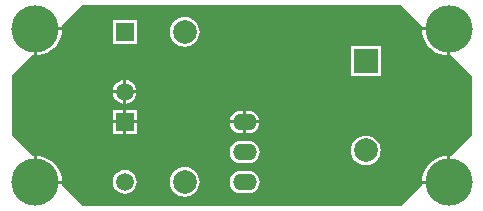
<source format=gbl>
G04*
G04 #@! TF.GenerationSoftware,Altium Limited,CircuitStudio,1.5.2 (30)*
G04*
G04 Layer_Physical_Order=2*
G04 Layer_Color=12500520*
%FSLAX25Y25*%
%MOIN*%
G70*
G01*
G75*
%ADD12O,0.07874X0.05512*%
%ADD13O,0.07874X0.05512*%
%ADD14R,0.05906X0.05906*%
%ADD15C,0.05906*%
%ADD16C,0.07874*%
%ADD17R,0.07874X0.07874*%
%ADD18C,0.15748*%
G36*
X131890Y68898D02*
X138811Y61976D01*
X138776Y61524D01*
X147638D01*
Y61024D01*
X148138D01*
Y52162D01*
X148590Y52197D01*
X155512Y45276D01*
Y25591D01*
X148590Y18669D01*
X148138Y18705D01*
Y9843D01*
X147638D01*
Y9342D01*
X138776D01*
X138811Y8890D01*
X131890Y1969D01*
X25591D01*
X18669Y8890D01*
X18705Y9342D01*
X9843D01*
Y9843D01*
X9342D01*
Y18705D01*
X8890Y18669D01*
X1969Y25591D01*
X1969Y45276D01*
X8890Y52197D01*
X9342Y52162D01*
Y61024D01*
X9843D01*
Y61524D01*
X18705D01*
X18669Y61976D01*
X25591Y68898D01*
X131890Y68898D01*
D02*
G37*
%LPC*%
G36*
X39185Y29500D02*
X35732D01*
Y26047D01*
X39185D01*
Y29500D01*
D02*
G37*
G36*
X80866Y23788D02*
X78504D01*
X77523Y23659D01*
X76610Y23281D01*
X75825Y22679D01*
X75223Y21894D01*
X74845Y20980D01*
X74716Y20000D01*
X74845Y19019D01*
X75223Y18106D01*
X75825Y17321D01*
X76610Y16719D01*
X77523Y16341D01*
X78504Y16212D01*
X80866D01*
X81847Y16341D01*
X82760Y16719D01*
X83545Y17321D01*
X84147Y18106D01*
X84525Y19019D01*
X84654Y20000D01*
X84525Y20980D01*
X84147Y21894D01*
X83545Y22679D01*
X82760Y23281D01*
X81847Y23659D01*
X80866Y23788D01*
D02*
G37*
G36*
X43638Y29500D02*
X40185D01*
Y26047D01*
X43638D01*
Y29500D01*
D02*
G37*
G36*
X79185Y33788D02*
X78504D01*
X77523Y33659D01*
X76610Y33281D01*
X75825Y32679D01*
X75223Y31894D01*
X74845Y30981D01*
X74781Y30500D01*
X79185D01*
Y33788D01*
D02*
G37*
G36*
X84589Y29500D02*
X80185D01*
Y26212D01*
X80866D01*
X81847Y26341D01*
X82760Y26719D01*
X83545Y27321D01*
X84147Y28106D01*
X84525Y29019D01*
X84589Y29500D01*
D02*
G37*
G36*
X79185D02*
X74781D01*
X74845Y29019D01*
X75223Y28106D01*
X75825Y27321D01*
X76610Y26719D01*
X77523Y26341D01*
X78504Y26212D01*
X79185D01*
Y29500D01*
D02*
G37*
G36*
X80866Y13788D02*
X78504D01*
X77523Y13659D01*
X76610Y13281D01*
X75825Y12679D01*
X75223Y11894D01*
X74845Y10981D01*
X74716Y10000D01*
X74845Y9020D01*
X75223Y8106D01*
X75825Y7321D01*
X76610Y6719D01*
X77523Y6341D01*
X78504Y6212D01*
X80866D01*
X81847Y6341D01*
X82760Y6719D01*
X83545Y7321D01*
X84147Y8106D01*
X84525Y9020D01*
X84654Y10000D01*
X84525Y10981D01*
X84147Y11894D01*
X83545Y12679D01*
X82760Y13281D01*
X81847Y13659D01*
X80866Y13788D01*
D02*
G37*
G36*
X39685Y13987D02*
X38653Y13851D01*
X37692Y13453D01*
X36866Y12819D01*
X36232Y11993D01*
X35834Y11032D01*
X35698Y10000D01*
X35834Y8968D01*
X36232Y8007D01*
X36866Y7181D01*
X37692Y6547D01*
X38653Y6149D01*
X39685Y6013D01*
X40717Y6149D01*
X41679Y6547D01*
X42504Y7181D01*
X43138Y8007D01*
X43536Y8968D01*
X43672Y10000D01*
X43536Y11032D01*
X43138Y11993D01*
X42504Y12819D01*
X41679Y13453D01*
X40717Y13851D01*
X39685Y13987D01*
D02*
G37*
G36*
X59685Y14961D02*
X58717Y14866D01*
X57787Y14583D01*
X56929Y14125D01*
X56177Y13508D01*
X55560Y12756D01*
X55102Y11898D01*
X54820Y10968D01*
X54724Y10000D01*
X54820Y9032D01*
X55102Y8102D01*
X55560Y7244D01*
X56177Y6492D01*
X56929Y5875D01*
X57787Y5417D01*
X58717Y5134D01*
X59685Y5039D01*
X60653Y5134D01*
X61584Y5417D01*
X62441Y5875D01*
X63193Y6492D01*
X63810Y7244D01*
X64268Y8102D01*
X64551Y9032D01*
X64646Y10000D01*
X64551Y10968D01*
X64268Y11898D01*
X63810Y12756D01*
X63193Y13508D01*
X62441Y14125D01*
X61584Y14583D01*
X60653Y14866D01*
X59685Y14961D01*
D02*
G37*
G36*
X120079Y25433D02*
X119111Y25338D01*
X118180Y25056D01*
X117323Y24597D01*
X116571Y23980D01*
X115954Y23229D01*
X115496Y22371D01*
X115213Y21440D01*
X115118Y20472D01*
X115213Y19505D01*
X115496Y18574D01*
X115954Y17716D01*
X116571Y16964D01*
X117323Y16348D01*
X118180Y15889D01*
X119111Y15607D01*
X120079Y15511D01*
X121047Y15607D01*
X121977Y15889D01*
X122835Y16348D01*
X123587Y16964D01*
X124204Y17716D01*
X124662Y18574D01*
X124944Y19505D01*
X125040Y20472D01*
X124944Y21440D01*
X124662Y22371D01*
X124204Y23229D01*
X123587Y23980D01*
X122835Y24597D01*
X121977Y25056D01*
X121047Y25338D01*
X120079Y25433D01*
D02*
G37*
G36*
X147138Y18705D02*
X146245Y18634D01*
X144887Y18308D01*
X143597Y17774D01*
X142406Y17044D01*
X141343Y16137D01*
X140436Y15075D01*
X139707Y13884D01*
X139172Y12593D01*
X138846Y11235D01*
X138776Y10343D01*
X147138D01*
Y18705D01*
D02*
G37*
G36*
X10343D02*
Y10343D01*
X18705D01*
X18634Y11235D01*
X18308Y12593D01*
X17774Y13884D01*
X17044Y15075D01*
X16137Y16137D01*
X15075Y17044D01*
X13884Y17774D01*
X12593Y18308D01*
X11235Y18634D01*
X10343Y18705D01*
D02*
G37*
G36*
X18705Y60524D02*
X10343D01*
Y52162D01*
X11235Y52232D01*
X12593Y52558D01*
X13884Y53092D01*
X15075Y53822D01*
X16137Y54729D01*
X17044Y55791D01*
X17774Y56982D01*
X18308Y58273D01*
X18634Y59631D01*
X18705Y60524D01*
D02*
G37*
G36*
X125016Y55331D02*
X115142D01*
Y45457D01*
X125016D01*
Y55331D01*
D02*
G37*
G36*
X40185Y43921D02*
Y40500D01*
X43606D01*
X43536Y41032D01*
X43138Y41993D01*
X42504Y42819D01*
X41679Y43453D01*
X40717Y43851D01*
X40185Y43921D01*
D02*
G37*
G36*
X43638Y63953D02*
X35732D01*
Y56047D01*
X43638D01*
Y63953D01*
D02*
G37*
G36*
X59685Y64961D02*
X58717Y64866D01*
X57787Y64583D01*
X56929Y64125D01*
X56177Y63508D01*
X55560Y62756D01*
X55102Y61898D01*
X54820Y60968D01*
X54724Y60000D01*
X54820Y59032D01*
X55102Y58101D01*
X55560Y57244D01*
X56177Y56492D01*
X56929Y55875D01*
X57787Y55417D01*
X58717Y55134D01*
X59685Y55039D01*
X60653Y55134D01*
X61584Y55417D01*
X62441Y55875D01*
X63193Y56492D01*
X63810Y57244D01*
X64268Y58101D01*
X64551Y59032D01*
X64646Y60000D01*
X64551Y60968D01*
X64268Y61898D01*
X63810Y62756D01*
X63193Y63508D01*
X62441Y64125D01*
X61584Y64583D01*
X60653Y64866D01*
X59685Y64961D01*
D02*
G37*
G36*
X147138Y60524D02*
X138776D01*
X138846Y59631D01*
X139172Y58273D01*
X139707Y56982D01*
X140436Y55791D01*
X141343Y54729D01*
X142406Y53822D01*
X143597Y53092D01*
X144887Y52558D01*
X146245Y52232D01*
X147138Y52162D01*
Y60524D01*
D02*
G37*
G36*
X80866Y33788D02*
X80185D01*
Y30500D01*
X84589D01*
X84525Y30981D01*
X84147Y31894D01*
X83545Y32679D01*
X82760Y33281D01*
X81847Y33659D01*
X80866Y33788D01*
D02*
G37*
G36*
X43638Y33953D02*
X40185D01*
Y30500D01*
X43638D01*
Y33953D01*
D02*
G37*
G36*
X39185D02*
X35732D01*
Y30500D01*
X39185D01*
Y33953D01*
D02*
G37*
G36*
Y43921D02*
X38653Y43851D01*
X37692Y43453D01*
X36866Y42819D01*
X36232Y41993D01*
X35834Y41032D01*
X35764Y40500D01*
X39185D01*
Y43921D01*
D02*
G37*
G36*
X43606Y39500D02*
X40185D01*
Y36079D01*
X40717Y36149D01*
X41679Y36547D01*
X42504Y37181D01*
X43138Y38007D01*
X43536Y38968D01*
X43606Y39500D01*
D02*
G37*
G36*
X39185D02*
X35764D01*
X35834Y38968D01*
X36232Y38007D01*
X36866Y37181D01*
X37692Y36547D01*
X38653Y36149D01*
X39185Y36079D01*
Y39500D01*
D02*
G37*
%LPD*%
D12*
X79685Y30000D02*
D03*
Y20000D02*
D03*
D13*
Y10000D02*
D03*
D14*
X39685Y60000D02*
D03*
Y30000D02*
D03*
D15*
Y40000D02*
D03*
Y10000D02*
D03*
D16*
X59685D02*
D03*
Y60000D02*
D03*
X120079Y20472D02*
D03*
D17*
Y50394D02*
D03*
D18*
X9843Y61024D02*
D03*
Y9843D02*
D03*
X147638D02*
D03*
Y61024D02*
D03*
M02*

</source>
